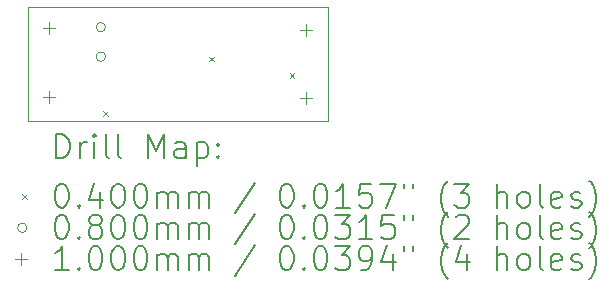
<source format=gbr>
%TF.GenerationSoftware,KiCad,Pcbnew,7.0.2-6a45011f42~172~ubuntu22.04.1*%
%TF.CreationDate,2023-04-21T01:30:07+03:00*%
%TF.ProjectId,xray-board-1.0-uv-stab-addon,78726179-2d62-46f6-9172-642d312e302d,rev?*%
%TF.SameCoordinates,Original*%
%TF.FileFunction,Drillmap*%
%TF.FilePolarity,Positive*%
%FSLAX45Y45*%
G04 Gerber Fmt 4.5, Leading zero omitted, Abs format (unit mm)*
G04 Created by KiCad (PCBNEW 7.0.2-6a45011f42~172~ubuntu22.04.1) date 2023-04-21 01:30:07*
%MOMM*%
%LPD*%
G01*
G04 APERTURE LIST*
%ADD10C,0.100000*%
%ADD11C,0.200000*%
%ADD12C,0.040000*%
%ADD13C,0.080000*%
G04 APERTURE END LIST*
D10*
X10720000Y-6500000D02*
X13260000Y-6500000D01*
X13260000Y-7460000D01*
X10720000Y-7460000D01*
X10720000Y-6500000D01*
D11*
D12*
X11360000Y-7380000D02*
X11400000Y-7420000D01*
X11400000Y-7380000D02*
X11360000Y-7420000D01*
X12260000Y-6920000D02*
X12300000Y-6960000D01*
X12300000Y-6920000D02*
X12260000Y-6960000D01*
X12940000Y-7060000D02*
X12980000Y-7100000D01*
X12980000Y-7060000D02*
X12940000Y-7100000D01*
D13*
X11380000Y-6670000D02*
G75*
G03*
X11380000Y-6670000I-40000J0D01*
G01*
X11380000Y-6920000D02*
G75*
G03*
X11380000Y-6920000I-40000J0D01*
G01*
D10*
X10900000Y-6630000D02*
X10900000Y-6730000D01*
X10850000Y-6680000D02*
X10950000Y-6680000D01*
X10900000Y-7210000D02*
X10900000Y-7310000D01*
X10850000Y-7260000D02*
X10950000Y-7260000D01*
X13080000Y-6642000D02*
X13080000Y-6742000D01*
X13030000Y-6692000D02*
X13130000Y-6692000D01*
X13080000Y-7222000D02*
X13080000Y-7322000D01*
X13030000Y-7272000D02*
X13130000Y-7272000D01*
D11*
X10962619Y-7777524D02*
X10962619Y-7577524D01*
X10962619Y-7577524D02*
X11010238Y-7577524D01*
X11010238Y-7577524D02*
X11038810Y-7587048D01*
X11038810Y-7587048D02*
X11057857Y-7606095D01*
X11057857Y-7606095D02*
X11067381Y-7625143D01*
X11067381Y-7625143D02*
X11076905Y-7663238D01*
X11076905Y-7663238D02*
X11076905Y-7691809D01*
X11076905Y-7691809D02*
X11067381Y-7729905D01*
X11067381Y-7729905D02*
X11057857Y-7748952D01*
X11057857Y-7748952D02*
X11038810Y-7768000D01*
X11038810Y-7768000D02*
X11010238Y-7777524D01*
X11010238Y-7777524D02*
X10962619Y-7777524D01*
X11162619Y-7777524D02*
X11162619Y-7644190D01*
X11162619Y-7682286D02*
X11172143Y-7663238D01*
X11172143Y-7663238D02*
X11181667Y-7653714D01*
X11181667Y-7653714D02*
X11200714Y-7644190D01*
X11200714Y-7644190D02*
X11219762Y-7644190D01*
X11286428Y-7777524D02*
X11286428Y-7644190D01*
X11286428Y-7577524D02*
X11276905Y-7587048D01*
X11276905Y-7587048D02*
X11286428Y-7596571D01*
X11286428Y-7596571D02*
X11295952Y-7587048D01*
X11295952Y-7587048D02*
X11286428Y-7577524D01*
X11286428Y-7577524D02*
X11286428Y-7596571D01*
X11410238Y-7777524D02*
X11391190Y-7768000D01*
X11391190Y-7768000D02*
X11381667Y-7748952D01*
X11381667Y-7748952D02*
X11381667Y-7577524D01*
X11515000Y-7777524D02*
X11495952Y-7768000D01*
X11495952Y-7768000D02*
X11486428Y-7748952D01*
X11486428Y-7748952D02*
X11486428Y-7577524D01*
X11743571Y-7777524D02*
X11743571Y-7577524D01*
X11743571Y-7577524D02*
X11810238Y-7720381D01*
X11810238Y-7720381D02*
X11876905Y-7577524D01*
X11876905Y-7577524D02*
X11876905Y-7777524D01*
X12057857Y-7777524D02*
X12057857Y-7672762D01*
X12057857Y-7672762D02*
X12048333Y-7653714D01*
X12048333Y-7653714D02*
X12029286Y-7644190D01*
X12029286Y-7644190D02*
X11991190Y-7644190D01*
X11991190Y-7644190D02*
X11972143Y-7653714D01*
X12057857Y-7768000D02*
X12038809Y-7777524D01*
X12038809Y-7777524D02*
X11991190Y-7777524D01*
X11991190Y-7777524D02*
X11972143Y-7768000D01*
X11972143Y-7768000D02*
X11962619Y-7748952D01*
X11962619Y-7748952D02*
X11962619Y-7729905D01*
X11962619Y-7729905D02*
X11972143Y-7710857D01*
X11972143Y-7710857D02*
X11991190Y-7701333D01*
X11991190Y-7701333D02*
X12038809Y-7701333D01*
X12038809Y-7701333D02*
X12057857Y-7691809D01*
X12153095Y-7644190D02*
X12153095Y-7844190D01*
X12153095Y-7653714D02*
X12172143Y-7644190D01*
X12172143Y-7644190D02*
X12210238Y-7644190D01*
X12210238Y-7644190D02*
X12229286Y-7653714D01*
X12229286Y-7653714D02*
X12238809Y-7663238D01*
X12238809Y-7663238D02*
X12248333Y-7682286D01*
X12248333Y-7682286D02*
X12248333Y-7739428D01*
X12248333Y-7739428D02*
X12238809Y-7758476D01*
X12238809Y-7758476D02*
X12229286Y-7768000D01*
X12229286Y-7768000D02*
X12210238Y-7777524D01*
X12210238Y-7777524D02*
X12172143Y-7777524D01*
X12172143Y-7777524D02*
X12153095Y-7768000D01*
X12334048Y-7758476D02*
X12343571Y-7768000D01*
X12343571Y-7768000D02*
X12334048Y-7777524D01*
X12334048Y-7777524D02*
X12324524Y-7768000D01*
X12324524Y-7768000D02*
X12334048Y-7758476D01*
X12334048Y-7758476D02*
X12334048Y-7777524D01*
X12334048Y-7653714D02*
X12343571Y-7663238D01*
X12343571Y-7663238D02*
X12334048Y-7672762D01*
X12334048Y-7672762D02*
X12324524Y-7663238D01*
X12324524Y-7663238D02*
X12334048Y-7653714D01*
X12334048Y-7653714D02*
X12334048Y-7672762D01*
D12*
X10675000Y-8085000D02*
X10715000Y-8125000D01*
X10715000Y-8085000D02*
X10675000Y-8125000D01*
D11*
X11000714Y-7997524D02*
X11019762Y-7997524D01*
X11019762Y-7997524D02*
X11038810Y-8007048D01*
X11038810Y-8007048D02*
X11048333Y-8016571D01*
X11048333Y-8016571D02*
X11057857Y-8035619D01*
X11057857Y-8035619D02*
X11067381Y-8073714D01*
X11067381Y-8073714D02*
X11067381Y-8121333D01*
X11067381Y-8121333D02*
X11057857Y-8159428D01*
X11057857Y-8159428D02*
X11048333Y-8178476D01*
X11048333Y-8178476D02*
X11038810Y-8188000D01*
X11038810Y-8188000D02*
X11019762Y-8197524D01*
X11019762Y-8197524D02*
X11000714Y-8197524D01*
X11000714Y-8197524D02*
X10981667Y-8188000D01*
X10981667Y-8188000D02*
X10972143Y-8178476D01*
X10972143Y-8178476D02*
X10962619Y-8159428D01*
X10962619Y-8159428D02*
X10953095Y-8121333D01*
X10953095Y-8121333D02*
X10953095Y-8073714D01*
X10953095Y-8073714D02*
X10962619Y-8035619D01*
X10962619Y-8035619D02*
X10972143Y-8016571D01*
X10972143Y-8016571D02*
X10981667Y-8007048D01*
X10981667Y-8007048D02*
X11000714Y-7997524D01*
X11153095Y-8178476D02*
X11162619Y-8188000D01*
X11162619Y-8188000D02*
X11153095Y-8197524D01*
X11153095Y-8197524D02*
X11143571Y-8188000D01*
X11143571Y-8188000D02*
X11153095Y-8178476D01*
X11153095Y-8178476D02*
X11153095Y-8197524D01*
X11334048Y-8064190D02*
X11334048Y-8197524D01*
X11286428Y-7988000D02*
X11238809Y-8130857D01*
X11238809Y-8130857D02*
X11362619Y-8130857D01*
X11476905Y-7997524D02*
X11495952Y-7997524D01*
X11495952Y-7997524D02*
X11515000Y-8007048D01*
X11515000Y-8007048D02*
X11524524Y-8016571D01*
X11524524Y-8016571D02*
X11534048Y-8035619D01*
X11534048Y-8035619D02*
X11543571Y-8073714D01*
X11543571Y-8073714D02*
X11543571Y-8121333D01*
X11543571Y-8121333D02*
X11534048Y-8159428D01*
X11534048Y-8159428D02*
X11524524Y-8178476D01*
X11524524Y-8178476D02*
X11515000Y-8188000D01*
X11515000Y-8188000D02*
X11495952Y-8197524D01*
X11495952Y-8197524D02*
X11476905Y-8197524D01*
X11476905Y-8197524D02*
X11457857Y-8188000D01*
X11457857Y-8188000D02*
X11448333Y-8178476D01*
X11448333Y-8178476D02*
X11438809Y-8159428D01*
X11438809Y-8159428D02*
X11429286Y-8121333D01*
X11429286Y-8121333D02*
X11429286Y-8073714D01*
X11429286Y-8073714D02*
X11438809Y-8035619D01*
X11438809Y-8035619D02*
X11448333Y-8016571D01*
X11448333Y-8016571D02*
X11457857Y-8007048D01*
X11457857Y-8007048D02*
X11476905Y-7997524D01*
X11667381Y-7997524D02*
X11686429Y-7997524D01*
X11686429Y-7997524D02*
X11705476Y-8007048D01*
X11705476Y-8007048D02*
X11715000Y-8016571D01*
X11715000Y-8016571D02*
X11724524Y-8035619D01*
X11724524Y-8035619D02*
X11734048Y-8073714D01*
X11734048Y-8073714D02*
X11734048Y-8121333D01*
X11734048Y-8121333D02*
X11724524Y-8159428D01*
X11724524Y-8159428D02*
X11715000Y-8178476D01*
X11715000Y-8178476D02*
X11705476Y-8188000D01*
X11705476Y-8188000D02*
X11686429Y-8197524D01*
X11686429Y-8197524D02*
X11667381Y-8197524D01*
X11667381Y-8197524D02*
X11648333Y-8188000D01*
X11648333Y-8188000D02*
X11638809Y-8178476D01*
X11638809Y-8178476D02*
X11629286Y-8159428D01*
X11629286Y-8159428D02*
X11619762Y-8121333D01*
X11619762Y-8121333D02*
X11619762Y-8073714D01*
X11619762Y-8073714D02*
X11629286Y-8035619D01*
X11629286Y-8035619D02*
X11638809Y-8016571D01*
X11638809Y-8016571D02*
X11648333Y-8007048D01*
X11648333Y-8007048D02*
X11667381Y-7997524D01*
X11819762Y-8197524D02*
X11819762Y-8064190D01*
X11819762Y-8083238D02*
X11829286Y-8073714D01*
X11829286Y-8073714D02*
X11848333Y-8064190D01*
X11848333Y-8064190D02*
X11876905Y-8064190D01*
X11876905Y-8064190D02*
X11895952Y-8073714D01*
X11895952Y-8073714D02*
X11905476Y-8092762D01*
X11905476Y-8092762D02*
X11905476Y-8197524D01*
X11905476Y-8092762D02*
X11915000Y-8073714D01*
X11915000Y-8073714D02*
X11934048Y-8064190D01*
X11934048Y-8064190D02*
X11962619Y-8064190D01*
X11962619Y-8064190D02*
X11981667Y-8073714D01*
X11981667Y-8073714D02*
X11991190Y-8092762D01*
X11991190Y-8092762D02*
X11991190Y-8197524D01*
X12086429Y-8197524D02*
X12086429Y-8064190D01*
X12086429Y-8083238D02*
X12095952Y-8073714D01*
X12095952Y-8073714D02*
X12115000Y-8064190D01*
X12115000Y-8064190D02*
X12143571Y-8064190D01*
X12143571Y-8064190D02*
X12162619Y-8073714D01*
X12162619Y-8073714D02*
X12172143Y-8092762D01*
X12172143Y-8092762D02*
X12172143Y-8197524D01*
X12172143Y-8092762D02*
X12181667Y-8073714D01*
X12181667Y-8073714D02*
X12200714Y-8064190D01*
X12200714Y-8064190D02*
X12229286Y-8064190D01*
X12229286Y-8064190D02*
X12248333Y-8073714D01*
X12248333Y-8073714D02*
X12257857Y-8092762D01*
X12257857Y-8092762D02*
X12257857Y-8197524D01*
X12648333Y-7988000D02*
X12476905Y-8245143D01*
X12905476Y-7997524D02*
X12924524Y-7997524D01*
X12924524Y-7997524D02*
X12943572Y-8007048D01*
X12943572Y-8007048D02*
X12953095Y-8016571D01*
X12953095Y-8016571D02*
X12962619Y-8035619D01*
X12962619Y-8035619D02*
X12972143Y-8073714D01*
X12972143Y-8073714D02*
X12972143Y-8121333D01*
X12972143Y-8121333D02*
X12962619Y-8159428D01*
X12962619Y-8159428D02*
X12953095Y-8178476D01*
X12953095Y-8178476D02*
X12943572Y-8188000D01*
X12943572Y-8188000D02*
X12924524Y-8197524D01*
X12924524Y-8197524D02*
X12905476Y-8197524D01*
X12905476Y-8197524D02*
X12886429Y-8188000D01*
X12886429Y-8188000D02*
X12876905Y-8178476D01*
X12876905Y-8178476D02*
X12867381Y-8159428D01*
X12867381Y-8159428D02*
X12857857Y-8121333D01*
X12857857Y-8121333D02*
X12857857Y-8073714D01*
X12857857Y-8073714D02*
X12867381Y-8035619D01*
X12867381Y-8035619D02*
X12876905Y-8016571D01*
X12876905Y-8016571D02*
X12886429Y-8007048D01*
X12886429Y-8007048D02*
X12905476Y-7997524D01*
X13057857Y-8178476D02*
X13067381Y-8188000D01*
X13067381Y-8188000D02*
X13057857Y-8197524D01*
X13057857Y-8197524D02*
X13048333Y-8188000D01*
X13048333Y-8188000D02*
X13057857Y-8178476D01*
X13057857Y-8178476D02*
X13057857Y-8197524D01*
X13191191Y-7997524D02*
X13210238Y-7997524D01*
X13210238Y-7997524D02*
X13229286Y-8007048D01*
X13229286Y-8007048D02*
X13238810Y-8016571D01*
X13238810Y-8016571D02*
X13248333Y-8035619D01*
X13248333Y-8035619D02*
X13257857Y-8073714D01*
X13257857Y-8073714D02*
X13257857Y-8121333D01*
X13257857Y-8121333D02*
X13248333Y-8159428D01*
X13248333Y-8159428D02*
X13238810Y-8178476D01*
X13238810Y-8178476D02*
X13229286Y-8188000D01*
X13229286Y-8188000D02*
X13210238Y-8197524D01*
X13210238Y-8197524D02*
X13191191Y-8197524D01*
X13191191Y-8197524D02*
X13172143Y-8188000D01*
X13172143Y-8188000D02*
X13162619Y-8178476D01*
X13162619Y-8178476D02*
X13153095Y-8159428D01*
X13153095Y-8159428D02*
X13143572Y-8121333D01*
X13143572Y-8121333D02*
X13143572Y-8073714D01*
X13143572Y-8073714D02*
X13153095Y-8035619D01*
X13153095Y-8035619D02*
X13162619Y-8016571D01*
X13162619Y-8016571D02*
X13172143Y-8007048D01*
X13172143Y-8007048D02*
X13191191Y-7997524D01*
X13448333Y-8197524D02*
X13334048Y-8197524D01*
X13391191Y-8197524D02*
X13391191Y-7997524D01*
X13391191Y-7997524D02*
X13372143Y-8026095D01*
X13372143Y-8026095D02*
X13353095Y-8045143D01*
X13353095Y-8045143D02*
X13334048Y-8054667D01*
X13629286Y-7997524D02*
X13534048Y-7997524D01*
X13534048Y-7997524D02*
X13524524Y-8092762D01*
X13524524Y-8092762D02*
X13534048Y-8083238D01*
X13534048Y-8083238D02*
X13553095Y-8073714D01*
X13553095Y-8073714D02*
X13600714Y-8073714D01*
X13600714Y-8073714D02*
X13619762Y-8083238D01*
X13619762Y-8083238D02*
X13629286Y-8092762D01*
X13629286Y-8092762D02*
X13638810Y-8111809D01*
X13638810Y-8111809D02*
X13638810Y-8159428D01*
X13638810Y-8159428D02*
X13629286Y-8178476D01*
X13629286Y-8178476D02*
X13619762Y-8188000D01*
X13619762Y-8188000D02*
X13600714Y-8197524D01*
X13600714Y-8197524D02*
X13553095Y-8197524D01*
X13553095Y-8197524D02*
X13534048Y-8188000D01*
X13534048Y-8188000D02*
X13524524Y-8178476D01*
X13705476Y-7997524D02*
X13838810Y-7997524D01*
X13838810Y-7997524D02*
X13753095Y-8197524D01*
X13905476Y-7997524D02*
X13905476Y-8035619D01*
X13981667Y-7997524D02*
X13981667Y-8035619D01*
X14276905Y-8273714D02*
X14267381Y-8264190D01*
X14267381Y-8264190D02*
X14248334Y-8235619D01*
X14248334Y-8235619D02*
X14238810Y-8216571D01*
X14238810Y-8216571D02*
X14229286Y-8188000D01*
X14229286Y-8188000D02*
X14219762Y-8140381D01*
X14219762Y-8140381D02*
X14219762Y-8102286D01*
X14219762Y-8102286D02*
X14229286Y-8054667D01*
X14229286Y-8054667D02*
X14238810Y-8026095D01*
X14238810Y-8026095D02*
X14248334Y-8007048D01*
X14248334Y-8007048D02*
X14267381Y-7978476D01*
X14267381Y-7978476D02*
X14276905Y-7968952D01*
X14334048Y-7997524D02*
X14457857Y-7997524D01*
X14457857Y-7997524D02*
X14391191Y-8073714D01*
X14391191Y-8073714D02*
X14419762Y-8073714D01*
X14419762Y-8073714D02*
X14438810Y-8083238D01*
X14438810Y-8083238D02*
X14448334Y-8092762D01*
X14448334Y-8092762D02*
X14457857Y-8111809D01*
X14457857Y-8111809D02*
X14457857Y-8159428D01*
X14457857Y-8159428D02*
X14448334Y-8178476D01*
X14448334Y-8178476D02*
X14438810Y-8188000D01*
X14438810Y-8188000D02*
X14419762Y-8197524D01*
X14419762Y-8197524D02*
X14362619Y-8197524D01*
X14362619Y-8197524D02*
X14343572Y-8188000D01*
X14343572Y-8188000D02*
X14334048Y-8178476D01*
X14695953Y-8197524D02*
X14695953Y-7997524D01*
X14781667Y-8197524D02*
X14781667Y-8092762D01*
X14781667Y-8092762D02*
X14772143Y-8073714D01*
X14772143Y-8073714D02*
X14753096Y-8064190D01*
X14753096Y-8064190D02*
X14724524Y-8064190D01*
X14724524Y-8064190D02*
X14705476Y-8073714D01*
X14705476Y-8073714D02*
X14695953Y-8083238D01*
X14905476Y-8197524D02*
X14886429Y-8188000D01*
X14886429Y-8188000D02*
X14876905Y-8178476D01*
X14876905Y-8178476D02*
X14867381Y-8159428D01*
X14867381Y-8159428D02*
X14867381Y-8102286D01*
X14867381Y-8102286D02*
X14876905Y-8083238D01*
X14876905Y-8083238D02*
X14886429Y-8073714D01*
X14886429Y-8073714D02*
X14905476Y-8064190D01*
X14905476Y-8064190D02*
X14934048Y-8064190D01*
X14934048Y-8064190D02*
X14953096Y-8073714D01*
X14953096Y-8073714D02*
X14962619Y-8083238D01*
X14962619Y-8083238D02*
X14972143Y-8102286D01*
X14972143Y-8102286D02*
X14972143Y-8159428D01*
X14972143Y-8159428D02*
X14962619Y-8178476D01*
X14962619Y-8178476D02*
X14953096Y-8188000D01*
X14953096Y-8188000D02*
X14934048Y-8197524D01*
X14934048Y-8197524D02*
X14905476Y-8197524D01*
X15086429Y-8197524D02*
X15067381Y-8188000D01*
X15067381Y-8188000D02*
X15057857Y-8168952D01*
X15057857Y-8168952D02*
X15057857Y-7997524D01*
X15238810Y-8188000D02*
X15219762Y-8197524D01*
X15219762Y-8197524D02*
X15181667Y-8197524D01*
X15181667Y-8197524D02*
X15162619Y-8188000D01*
X15162619Y-8188000D02*
X15153096Y-8168952D01*
X15153096Y-8168952D02*
X15153096Y-8092762D01*
X15153096Y-8092762D02*
X15162619Y-8073714D01*
X15162619Y-8073714D02*
X15181667Y-8064190D01*
X15181667Y-8064190D02*
X15219762Y-8064190D01*
X15219762Y-8064190D02*
X15238810Y-8073714D01*
X15238810Y-8073714D02*
X15248334Y-8092762D01*
X15248334Y-8092762D02*
X15248334Y-8111809D01*
X15248334Y-8111809D02*
X15153096Y-8130857D01*
X15324524Y-8188000D02*
X15343572Y-8197524D01*
X15343572Y-8197524D02*
X15381667Y-8197524D01*
X15381667Y-8197524D02*
X15400715Y-8188000D01*
X15400715Y-8188000D02*
X15410238Y-8168952D01*
X15410238Y-8168952D02*
X15410238Y-8159428D01*
X15410238Y-8159428D02*
X15400715Y-8140381D01*
X15400715Y-8140381D02*
X15381667Y-8130857D01*
X15381667Y-8130857D02*
X15353096Y-8130857D01*
X15353096Y-8130857D02*
X15334048Y-8121333D01*
X15334048Y-8121333D02*
X15324524Y-8102286D01*
X15324524Y-8102286D02*
X15324524Y-8092762D01*
X15324524Y-8092762D02*
X15334048Y-8073714D01*
X15334048Y-8073714D02*
X15353096Y-8064190D01*
X15353096Y-8064190D02*
X15381667Y-8064190D01*
X15381667Y-8064190D02*
X15400715Y-8073714D01*
X15476905Y-8273714D02*
X15486429Y-8264190D01*
X15486429Y-8264190D02*
X15505477Y-8235619D01*
X15505477Y-8235619D02*
X15515000Y-8216571D01*
X15515000Y-8216571D02*
X15524524Y-8188000D01*
X15524524Y-8188000D02*
X15534048Y-8140381D01*
X15534048Y-8140381D02*
X15534048Y-8102286D01*
X15534048Y-8102286D02*
X15524524Y-8054667D01*
X15524524Y-8054667D02*
X15515000Y-8026095D01*
X15515000Y-8026095D02*
X15505477Y-8007048D01*
X15505477Y-8007048D02*
X15486429Y-7978476D01*
X15486429Y-7978476D02*
X15476905Y-7968952D01*
D13*
X10715000Y-8369000D02*
G75*
G03*
X10715000Y-8369000I-40000J0D01*
G01*
D11*
X11000714Y-8261524D02*
X11019762Y-8261524D01*
X11019762Y-8261524D02*
X11038810Y-8271048D01*
X11038810Y-8271048D02*
X11048333Y-8280571D01*
X11048333Y-8280571D02*
X11057857Y-8299619D01*
X11057857Y-8299619D02*
X11067381Y-8337714D01*
X11067381Y-8337714D02*
X11067381Y-8385333D01*
X11067381Y-8385333D02*
X11057857Y-8423429D01*
X11057857Y-8423429D02*
X11048333Y-8442476D01*
X11048333Y-8442476D02*
X11038810Y-8452000D01*
X11038810Y-8452000D02*
X11019762Y-8461524D01*
X11019762Y-8461524D02*
X11000714Y-8461524D01*
X11000714Y-8461524D02*
X10981667Y-8452000D01*
X10981667Y-8452000D02*
X10972143Y-8442476D01*
X10972143Y-8442476D02*
X10962619Y-8423429D01*
X10962619Y-8423429D02*
X10953095Y-8385333D01*
X10953095Y-8385333D02*
X10953095Y-8337714D01*
X10953095Y-8337714D02*
X10962619Y-8299619D01*
X10962619Y-8299619D02*
X10972143Y-8280571D01*
X10972143Y-8280571D02*
X10981667Y-8271048D01*
X10981667Y-8271048D02*
X11000714Y-8261524D01*
X11153095Y-8442476D02*
X11162619Y-8452000D01*
X11162619Y-8452000D02*
X11153095Y-8461524D01*
X11153095Y-8461524D02*
X11143571Y-8452000D01*
X11143571Y-8452000D02*
X11153095Y-8442476D01*
X11153095Y-8442476D02*
X11153095Y-8461524D01*
X11276905Y-8347238D02*
X11257857Y-8337714D01*
X11257857Y-8337714D02*
X11248333Y-8328190D01*
X11248333Y-8328190D02*
X11238809Y-8309143D01*
X11238809Y-8309143D02*
X11238809Y-8299619D01*
X11238809Y-8299619D02*
X11248333Y-8280571D01*
X11248333Y-8280571D02*
X11257857Y-8271048D01*
X11257857Y-8271048D02*
X11276905Y-8261524D01*
X11276905Y-8261524D02*
X11315000Y-8261524D01*
X11315000Y-8261524D02*
X11334048Y-8271048D01*
X11334048Y-8271048D02*
X11343571Y-8280571D01*
X11343571Y-8280571D02*
X11353095Y-8299619D01*
X11353095Y-8299619D02*
X11353095Y-8309143D01*
X11353095Y-8309143D02*
X11343571Y-8328190D01*
X11343571Y-8328190D02*
X11334048Y-8337714D01*
X11334048Y-8337714D02*
X11315000Y-8347238D01*
X11315000Y-8347238D02*
X11276905Y-8347238D01*
X11276905Y-8347238D02*
X11257857Y-8356762D01*
X11257857Y-8356762D02*
X11248333Y-8366286D01*
X11248333Y-8366286D02*
X11238809Y-8385333D01*
X11238809Y-8385333D02*
X11238809Y-8423429D01*
X11238809Y-8423429D02*
X11248333Y-8442476D01*
X11248333Y-8442476D02*
X11257857Y-8452000D01*
X11257857Y-8452000D02*
X11276905Y-8461524D01*
X11276905Y-8461524D02*
X11315000Y-8461524D01*
X11315000Y-8461524D02*
X11334048Y-8452000D01*
X11334048Y-8452000D02*
X11343571Y-8442476D01*
X11343571Y-8442476D02*
X11353095Y-8423429D01*
X11353095Y-8423429D02*
X11353095Y-8385333D01*
X11353095Y-8385333D02*
X11343571Y-8366286D01*
X11343571Y-8366286D02*
X11334048Y-8356762D01*
X11334048Y-8356762D02*
X11315000Y-8347238D01*
X11476905Y-8261524D02*
X11495952Y-8261524D01*
X11495952Y-8261524D02*
X11515000Y-8271048D01*
X11515000Y-8271048D02*
X11524524Y-8280571D01*
X11524524Y-8280571D02*
X11534048Y-8299619D01*
X11534048Y-8299619D02*
X11543571Y-8337714D01*
X11543571Y-8337714D02*
X11543571Y-8385333D01*
X11543571Y-8385333D02*
X11534048Y-8423429D01*
X11534048Y-8423429D02*
X11524524Y-8442476D01*
X11524524Y-8442476D02*
X11515000Y-8452000D01*
X11515000Y-8452000D02*
X11495952Y-8461524D01*
X11495952Y-8461524D02*
X11476905Y-8461524D01*
X11476905Y-8461524D02*
X11457857Y-8452000D01*
X11457857Y-8452000D02*
X11448333Y-8442476D01*
X11448333Y-8442476D02*
X11438809Y-8423429D01*
X11438809Y-8423429D02*
X11429286Y-8385333D01*
X11429286Y-8385333D02*
X11429286Y-8337714D01*
X11429286Y-8337714D02*
X11438809Y-8299619D01*
X11438809Y-8299619D02*
X11448333Y-8280571D01*
X11448333Y-8280571D02*
X11457857Y-8271048D01*
X11457857Y-8271048D02*
X11476905Y-8261524D01*
X11667381Y-8261524D02*
X11686429Y-8261524D01*
X11686429Y-8261524D02*
X11705476Y-8271048D01*
X11705476Y-8271048D02*
X11715000Y-8280571D01*
X11715000Y-8280571D02*
X11724524Y-8299619D01*
X11724524Y-8299619D02*
X11734048Y-8337714D01*
X11734048Y-8337714D02*
X11734048Y-8385333D01*
X11734048Y-8385333D02*
X11724524Y-8423429D01*
X11724524Y-8423429D02*
X11715000Y-8442476D01*
X11715000Y-8442476D02*
X11705476Y-8452000D01*
X11705476Y-8452000D02*
X11686429Y-8461524D01*
X11686429Y-8461524D02*
X11667381Y-8461524D01*
X11667381Y-8461524D02*
X11648333Y-8452000D01*
X11648333Y-8452000D02*
X11638809Y-8442476D01*
X11638809Y-8442476D02*
X11629286Y-8423429D01*
X11629286Y-8423429D02*
X11619762Y-8385333D01*
X11619762Y-8385333D02*
X11619762Y-8337714D01*
X11619762Y-8337714D02*
X11629286Y-8299619D01*
X11629286Y-8299619D02*
X11638809Y-8280571D01*
X11638809Y-8280571D02*
X11648333Y-8271048D01*
X11648333Y-8271048D02*
X11667381Y-8261524D01*
X11819762Y-8461524D02*
X11819762Y-8328190D01*
X11819762Y-8347238D02*
X11829286Y-8337714D01*
X11829286Y-8337714D02*
X11848333Y-8328190D01*
X11848333Y-8328190D02*
X11876905Y-8328190D01*
X11876905Y-8328190D02*
X11895952Y-8337714D01*
X11895952Y-8337714D02*
X11905476Y-8356762D01*
X11905476Y-8356762D02*
X11905476Y-8461524D01*
X11905476Y-8356762D02*
X11915000Y-8337714D01*
X11915000Y-8337714D02*
X11934048Y-8328190D01*
X11934048Y-8328190D02*
X11962619Y-8328190D01*
X11962619Y-8328190D02*
X11981667Y-8337714D01*
X11981667Y-8337714D02*
X11991190Y-8356762D01*
X11991190Y-8356762D02*
X11991190Y-8461524D01*
X12086429Y-8461524D02*
X12086429Y-8328190D01*
X12086429Y-8347238D02*
X12095952Y-8337714D01*
X12095952Y-8337714D02*
X12115000Y-8328190D01*
X12115000Y-8328190D02*
X12143571Y-8328190D01*
X12143571Y-8328190D02*
X12162619Y-8337714D01*
X12162619Y-8337714D02*
X12172143Y-8356762D01*
X12172143Y-8356762D02*
X12172143Y-8461524D01*
X12172143Y-8356762D02*
X12181667Y-8337714D01*
X12181667Y-8337714D02*
X12200714Y-8328190D01*
X12200714Y-8328190D02*
X12229286Y-8328190D01*
X12229286Y-8328190D02*
X12248333Y-8337714D01*
X12248333Y-8337714D02*
X12257857Y-8356762D01*
X12257857Y-8356762D02*
X12257857Y-8461524D01*
X12648333Y-8252000D02*
X12476905Y-8509143D01*
X12905476Y-8261524D02*
X12924524Y-8261524D01*
X12924524Y-8261524D02*
X12943572Y-8271048D01*
X12943572Y-8271048D02*
X12953095Y-8280571D01*
X12953095Y-8280571D02*
X12962619Y-8299619D01*
X12962619Y-8299619D02*
X12972143Y-8337714D01*
X12972143Y-8337714D02*
X12972143Y-8385333D01*
X12972143Y-8385333D02*
X12962619Y-8423429D01*
X12962619Y-8423429D02*
X12953095Y-8442476D01*
X12953095Y-8442476D02*
X12943572Y-8452000D01*
X12943572Y-8452000D02*
X12924524Y-8461524D01*
X12924524Y-8461524D02*
X12905476Y-8461524D01*
X12905476Y-8461524D02*
X12886429Y-8452000D01*
X12886429Y-8452000D02*
X12876905Y-8442476D01*
X12876905Y-8442476D02*
X12867381Y-8423429D01*
X12867381Y-8423429D02*
X12857857Y-8385333D01*
X12857857Y-8385333D02*
X12857857Y-8337714D01*
X12857857Y-8337714D02*
X12867381Y-8299619D01*
X12867381Y-8299619D02*
X12876905Y-8280571D01*
X12876905Y-8280571D02*
X12886429Y-8271048D01*
X12886429Y-8271048D02*
X12905476Y-8261524D01*
X13057857Y-8442476D02*
X13067381Y-8452000D01*
X13067381Y-8452000D02*
X13057857Y-8461524D01*
X13057857Y-8461524D02*
X13048333Y-8452000D01*
X13048333Y-8452000D02*
X13057857Y-8442476D01*
X13057857Y-8442476D02*
X13057857Y-8461524D01*
X13191191Y-8261524D02*
X13210238Y-8261524D01*
X13210238Y-8261524D02*
X13229286Y-8271048D01*
X13229286Y-8271048D02*
X13238810Y-8280571D01*
X13238810Y-8280571D02*
X13248333Y-8299619D01*
X13248333Y-8299619D02*
X13257857Y-8337714D01*
X13257857Y-8337714D02*
X13257857Y-8385333D01*
X13257857Y-8385333D02*
X13248333Y-8423429D01*
X13248333Y-8423429D02*
X13238810Y-8442476D01*
X13238810Y-8442476D02*
X13229286Y-8452000D01*
X13229286Y-8452000D02*
X13210238Y-8461524D01*
X13210238Y-8461524D02*
X13191191Y-8461524D01*
X13191191Y-8461524D02*
X13172143Y-8452000D01*
X13172143Y-8452000D02*
X13162619Y-8442476D01*
X13162619Y-8442476D02*
X13153095Y-8423429D01*
X13153095Y-8423429D02*
X13143572Y-8385333D01*
X13143572Y-8385333D02*
X13143572Y-8337714D01*
X13143572Y-8337714D02*
X13153095Y-8299619D01*
X13153095Y-8299619D02*
X13162619Y-8280571D01*
X13162619Y-8280571D02*
X13172143Y-8271048D01*
X13172143Y-8271048D02*
X13191191Y-8261524D01*
X13324524Y-8261524D02*
X13448333Y-8261524D01*
X13448333Y-8261524D02*
X13381667Y-8337714D01*
X13381667Y-8337714D02*
X13410238Y-8337714D01*
X13410238Y-8337714D02*
X13429286Y-8347238D01*
X13429286Y-8347238D02*
X13438810Y-8356762D01*
X13438810Y-8356762D02*
X13448333Y-8375809D01*
X13448333Y-8375809D02*
X13448333Y-8423429D01*
X13448333Y-8423429D02*
X13438810Y-8442476D01*
X13438810Y-8442476D02*
X13429286Y-8452000D01*
X13429286Y-8452000D02*
X13410238Y-8461524D01*
X13410238Y-8461524D02*
X13353095Y-8461524D01*
X13353095Y-8461524D02*
X13334048Y-8452000D01*
X13334048Y-8452000D02*
X13324524Y-8442476D01*
X13638810Y-8461524D02*
X13524524Y-8461524D01*
X13581667Y-8461524D02*
X13581667Y-8261524D01*
X13581667Y-8261524D02*
X13562619Y-8290095D01*
X13562619Y-8290095D02*
X13543572Y-8309143D01*
X13543572Y-8309143D02*
X13524524Y-8318667D01*
X13819762Y-8261524D02*
X13724524Y-8261524D01*
X13724524Y-8261524D02*
X13715000Y-8356762D01*
X13715000Y-8356762D02*
X13724524Y-8347238D01*
X13724524Y-8347238D02*
X13743572Y-8337714D01*
X13743572Y-8337714D02*
X13791191Y-8337714D01*
X13791191Y-8337714D02*
X13810238Y-8347238D01*
X13810238Y-8347238D02*
X13819762Y-8356762D01*
X13819762Y-8356762D02*
X13829286Y-8375809D01*
X13829286Y-8375809D02*
X13829286Y-8423429D01*
X13829286Y-8423429D02*
X13819762Y-8442476D01*
X13819762Y-8442476D02*
X13810238Y-8452000D01*
X13810238Y-8452000D02*
X13791191Y-8461524D01*
X13791191Y-8461524D02*
X13743572Y-8461524D01*
X13743572Y-8461524D02*
X13724524Y-8452000D01*
X13724524Y-8452000D02*
X13715000Y-8442476D01*
X13905476Y-8261524D02*
X13905476Y-8299619D01*
X13981667Y-8261524D02*
X13981667Y-8299619D01*
X14276905Y-8537714D02*
X14267381Y-8528190D01*
X14267381Y-8528190D02*
X14248334Y-8499619D01*
X14248334Y-8499619D02*
X14238810Y-8480571D01*
X14238810Y-8480571D02*
X14229286Y-8452000D01*
X14229286Y-8452000D02*
X14219762Y-8404381D01*
X14219762Y-8404381D02*
X14219762Y-8366286D01*
X14219762Y-8366286D02*
X14229286Y-8318667D01*
X14229286Y-8318667D02*
X14238810Y-8290095D01*
X14238810Y-8290095D02*
X14248334Y-8271048D01*
X14248334Y-8271048D02*
X14267381Y-8242476D01*
X14267381Y-8242476D02*
X14276905Y-8232952D01*
X14343572Y-8280571D02*
X14353095Y-8271048D01*
X14353095Y-8271048D02*
X14372143Y-8261524D01*
X14372143Y-8261524D02*
X14419762Y-8261524D01*
X14419762Y-8261524D02*
X14438810Y-8271048D01*
X14438810Y-8271048D02*
X14448334Y-8280571D01*
X14448334Y-8280571D02*
X14457857Y-8299619D01*
X14457857Y-8299619D02*
X14457857Y-8318667D01*
X14457857Y-8318667D02*
X14448334Y-8347238D01*
X14448334Y-8347238D02*
X14334048Y-8461524D01*
X14334048Y-8461524D02*
X14457857Y-8461524D01*
X14695953Y-8461524D02*
X14695953Y-8261524D01*
X14781667Y-8461524D02*
X14781667Y-8356762D01*
X14781667Y-8356762D02*
X14772143Y-8337714D01*
X14772143Y-8337714D02*
X14753096Y-8328190D01*
X14753096Y-8328190D02*
X14724524Y-8328190D01*
X14724524Y-8328190D02*
X14705476Y-8337714D01*
X14705476Y-8337714D02*
X14695953Y-8347238D01*
X14905476Y-8461524D02*
X14886429Y-8452000D01*
X14886429Y-8452000D02*
X14876905Y-8442476D01*
X14876905Y-8442476D02*
X14867381Y-8423429D01*
X14867381Y-8423429D02*
X14867381Y-8366286D01*
X14867381Y-8366286D02*
X14876905Y-8347238D01*
X14876905Y-8347238D02*
X14886429Y-8337714D01*
X14886429Y-8337714D02*
X14905476Y-8328190D01*
X14905476Y-8328190D02*
X14934048Y-8328190D01*
X14934048Y-8328190D02*
X14953096Y-8337714D01*
X14953096Y-8337714D02*
X14962619Y-8347238D01*
X14962619Y-8347238D02*
X14972143Y-8366286D01*
X14972143Y-8366286D02*
X14972143Y-8423429D01*
X14972143Y-8423429D02*
X14962619Y-8442476D01*
X14962619Y-8442476D02*
X14953096Y-8452000D01*
X14953096Y-8452000D02*
X14934048Y-8461524D01*
X14934048Y-8461524D02*
X14905476Y-8461524D01*
X15086429Y-8461524D02*
X15067381Y-8452000D01*
X15067381Y-8452000D02*
X15057857Y-8432952D01*
X15057857Y-8432952D02*
X15057857Y-8261524D01*
X15238810Y-8452000D02*
X15219762Y-8461524D01*
X15219762Y-8461524D02*
X15181667Y-8461524D01*
X15181667Y-8461524D02*
X15162619Y-8452000D01*
X15162619Y-8452000D02*
X15153096Y-8432952D01*
X15153096Y-8432952D02*
X15153096Y-8356762D01*
X15153096Y-8356762D02*
X15162619Y-8337714D01*
X15162619Y-8337714D02*
X15181667Y-8328190D01*
X15181667Y-8328190D02*
X15219762Y-8328190D01*
X15219762Y-8328190D02*
X15238810Y-8337714D01*
X15238810Y-8337714D02*
X15248334Y-8356762D01*
X15248334Y-8356762D02*
X15248334Y-8375809D01*
X15248334Y-8375809D02*
X15153096Y-8394857D01*
X15324524Y-8452000D02*
X15343572Y-8461524D01*
X15343572Y-8461524D02*
X15381667Y-8461524D01*
X15381667Y-8461524D02*
X15400715Y-8452000D01*
X15400715Y-8452000D02*
X15410238Y-8432952D01*
X15410238Y-8432952D02*
X15410238Y-8423429D01*
X15410238Y-8423429D02*
X15400715Y-8404381D01*
X15400715Y-8404381D02*
X15381667Y-8394857D01*
X15381667Y-8394857D02*
X15353096Y-8394857D01*
X15353096Y-8394857D02*
X15334048Y-8385333D01*
X15334048Y-8385333D02*
X15324524Y-8366286D01*
X15324524Y-8366286D02*
X15324524Y-8356762D01*
X15324524Y-8356762D02*
X15334048Y-8337714D01*
X15334048Y-8337714D02*
X15353096Y-8328190D01*
X15353096Y-8328190D02*
X15381667Y-8328190D01*
X15381667Y-8328190D02*
X15400715Y-8337714D01*
X15476905Y-8537714D02*
X15486429Y-8528190D01*
X15486429Y-8528190D02*
X15505477Y-8499619D01*
X15505477Y-8499619D02*
X15515000Y-8480571D01*
X15515000Y-8480571D02*
X15524524Y-8452000D01*
X15524524Y-8452000D02*
X15534048Y-8404381D01*
X15534048Y-8404381D02*
X15534048Y-8366286D01*
X15534048Y-8366286D02*
X15524524Y-8318667D01*
X15524524Y-8318667D02*
X15515000Y-8290095D01*
X15515000Y-8290095D02*
X15505477Y-8271048D01*
X15505477Y-8271048D02*
X15486429Y-8242476D01*
X15486429Y-8242476D02*
X15476905Y-8232952D01*
D10*
X10665000Y-8583000D02*
X10665000Y-8683000D01*
X10615000Y-8633000D02*
X10715000Y-8633000D01*
D11*
X11067381Y-8725524D02*
X10953095Y-8725524D01*
X11010238Y-8725524D02*
X11010238Y-8525524D01*
X11010238Y-8525524D02*
X10991190Y-8554095D01*
X10991190Y-8554095D02*
X10972143Y-8573143D01*
X10972143Y-8573143D02*
X10953095Y-8582667D01*
X11153095Y-8706476D02*
X11162619Y-8716000D01*
X11162619Y-8716000D02*
X11153095Y-8725524D01*
X11153095Y-8725524D02*
X11143571Y-8716000D01*
X11143571Y-8716000D02*
X11153095Y-8706476D01*
X11153095Y-8706476D02*
X11153095Y-8725524D01*
X11286428Y-8525524D02*
X11305476Y-8525524D01*
X11305476Y-8525524D02*
X11324524Y-8535048D01*
X11324524Y-8535048D02*
X11334048Y-8544571D01*
X11334048Y-8544571D02*
X11343571Y-8563619D01*
X11343571Y-8563619D02*
X11353095Y-8601714D01*
X11353095Y-8601714D02*
X11353095Y-8649333D01*
X11353095Y-8649333D02*
X11343571Y-8687429D01*
X11343571Y-8687429D02*
X11334048Y-8706476D01*
X11334048Y-8706476D02*
X11324524Y-8716000D01*
X11324524Y-8716000D02*
X11305476Y-8725524D01*
X11305476Y-8725524D02*
X11286428Y-8725524D01*
X11286428Y-8725524D02*
X11267381Y-8716000D01*
X11267381Y-8716000D02*
X11257857Y-8706476D01*
X11257857Y-8706476D02*
X11248333Y-8687429D01*
X11248333Y-8687429D02*
X11238809Y-8649333D01*
X11238809Y-8649333D02*
X11238809Y-8601714D01*
X11238809Y-8601714D02*
X11248333Y-8563619D01*
X11248333Y-8563619D02*
X11257857Y-8544571D01*
X11257857Y-8544571D02*
X11267381Y-8535048D01*
X11267381Y-8535048D02*
X11286428Y-8525524D01*
X11476905Y-8525524D02*
X11495952Y-8525524D01*
X11495952Y-8525524D02*
X11515000Y-8535048D01*
X11515000Y-8535048D02*
X11524524Y-8544571D01*
X11524524Y-8544571D02*
X11534048Y-8563619D01*
X11534048Y-8563619D02*
X11543571Y-8601714D01*
X11543571Y-8601714D02*
X11543571Y-8649333D01*
X11543571Y-8649333D02*
X11534048Y-8687429D01*
X11534048Y-8687429D02*
X11524524Y-8706476D01*
X11524524Y-8706476D02*
X11515000Y-8716000D01*
X11515000Y-8716000D02*
X11495952Y-8725524D01*
X11495952Y-8725524D02*
X11476905Y-8725524D01*
X11476905Y-8725524D02*
X11457857Y-8716000D01*
X11457857Y-8716000D02*
X11448333Y-8706476D01*
X11448333Y-8706476D02*
X11438809Y-8687429D01*
X11438809Y-8687429D02*
X11429286Y-8649333D01*
X11429286Y-8649333D02*
X11429286Y-8601714D01*
X11429286Y-8601714D02*
X11438809Y-8563619D01*
X11438809Y-8563619D02*
X11448333Y-8544571D01*
X11448333Y-8544571D02*
X11457857Y-8535048D01*
X11457857Y-8535048D02*
X11476905Y-8525524D01*
X11667381Y-8525524D02*
X11686429Y-8525524D01*
X11686429Y-8525524D02*
X11705476Y-8535048D01*
X11705476Y-8535048D02*
X11715000Y-8544571D01*
X11715000Y-8544571D02*
X11724524Y-8563619D01*
X11724524Y-8563619D02*
X11734048Y-8601714D01*
X11734048Y-8601714D02*
X11734048Y-8649333D01*
X11734048Y-8649333D02*
X11724524Y-8687429D01*
X11724524Y-8687429D02*
X11715000Y-8706476D01*
X11715000Y-8706476D02*
X11705476Y-8716000D01*
X11705476Y-8716000D02*
X11686429Y-8725524D01*
X11686429Y-8725524D02*
X11667381Y-8725524D01*
X11667381Y-8725524D02*
X11648333Y-8716000D01*
X11648333Y-8716000D02*
X11638809Y-8706476D01*
X11638809Y-8706476D02*
X11629286Y-8687429D01*
X11629286Y-8687429D02*
X11619762Y-8649333D01*
X11619762Y-8649333D02*
X11619762Y-8601714D01*
X11619762Y-8601714D02*
X11629286Y-8563619D01*
X11629286Y-8563619D02*
X11638809Y-8544571D01*
X11638809Y-8544571D02*
X11648333Y-8535048D01*
X11648333Y-8535048D02*
X11667381Y-8525524D01*
X11819762Y-8725524D02*
X11819762Y-8592190D01*
X11819762Y-8611238D02*
X11829286Y-8601714D01*
X11829286Y-8601714D02*
X11848333Y-8592190D01*
X11848333Y-8592190D02*
X11876905Y-8592190D01*
X11876905Y-8592190D02*
X11895952Y-8601714D01*
X11895952Y-8601714D02*
X11905476Y-8620762D01*
X11905476Y-8620762D02*
X11905476Y-8725524D01*
X11905476Y-8620762D02*
X11915000Y-8601714D01*
X11915000Y-8601714D02*
X11934048Y-8592190D01*
X11934048Y-8592190D02*
X11962619Y-8592190D01*
X11962619Y-8592190D02*
X11981667Y-8601714D01*
X11981667Y-8601714D02*
X11991190Y-8620762D01*
X11991190Y-8620762D02*
X11991190Y-8725524D01*
X12086429Y-8725524D02*
X12086429Y-8592190D01*
X12086429Y-8611238D02*
X12095952Y-8601714D01*
X12095952Y-8601714D02*
X12115000Y-8592190D01*
X12115000Y-8592190D02*
X12143571Y-8592190D01*
X12143571Y-8592190D02*
X12162619Y-8601714D01*
X12162619Y-8601714D02*
X12172143Y-8620762D01*
X12172143Y-8620762D02*
X12172143Y-8725524D01*
X12172143Y-8620762D02*
X12181667Y-8601714D01*
X12181667Y-8601714D02*
X12200714Y-8592190D01*
X12200714Y-8592190D02*
X12229286Y-8592190D01*
X12229286Y-8592190D02*
X12248333Y-8601714D01*
X12248333Y-8601714D02*
X12257857Y-8620762D01*
X12257857Y-8620762D02*
X12257857Y-8725524D01*
X12648333Y-8516000D02*
X12476905Y-8773143D01*
X12905476Y-8525524D02*
X12924524Y-8525524D01*
X12924524Y-8525524D02*
X12943572Y-8535048D01*
X12943572Y-8535048D02*
X12953095Y-8544571D01*
X12953095Y-8544571D02*
X12962619Y-8563619D01*
X12962619Y-8563619D02*
X12972143Y-8601714D01*
X12972143Y-8601714D02*
X12972143Y-8649333D01*
X12972143Y-8649333D02*
X12962619Y-8687429D01*
X12962619Y-8687429D02*
X12953095Y-8706476D01*
X12953095Y-8706476D02*
X12943572Y-8716000D01*
X12943572Y-8716000D02*
X12924524Y-8725524D01*
X12924524Y-8725524D02*
X12905476Y-8725524D01*
X12905476Y-8725524D02*
X12886429Y-8716000D01*
X12886429Y-8716000D02*
X12876905Y-8706476D01*
X12876905Y-8706476D02*
X12867381Y-8687429D01*
X12867381Y-8687429D02*
X12857857Y-8649333D01*
X12857857Y-8649333D02*
X12857857Y-8601714D01*
X12857857Y-8601714D02*
X12867381Y-8563619D01*
X12867381Y-8563619D02*
X12876905Y-8544571D01*
X12876905Y-8544571D02*
X12886429Y-8535048D01*
X12886429Y-8535048D02*
X12905476Y-8525524D01*
X13057857Y-8706476D02*
X13067381Y-8716000D01*
X13067381Y-8716000D02*
X13057857Y-8725524D01*
X13057857Y-8725524D02*
X13048333Y-8716000D01*
X13048333Y-8716000D02*
X13057857Y-8706476D01*
X13057857Y-8706476D02*
X13057857Y-8725524D01*
X13191191Y-8525524D02*
X13210238Y-8525524D01*
X13210238Y-8525524D02*
X13229286Y-8535048D01*
X13229286Y-8535048D02*
X13238810Y-8544571D01*
X13238810Y-8544571D02*
X13248333Y-8563619D01*
X13248333Y-8563619D02*
X13257857Y-8601714D01*
X13257857Y-8601714D02*
X13257857Y-8649333D01*
X13257857Y-8649333D02*
X13248333Y-8687429D01*
X13248333Y-8687429D02*
X13238810Y-8706476D01*
X13238810Y-8706476D02*
X13229286Y-8716000D01*
X13229286Y-8716000D02*
X13210238Y-8725524D01*
X13210238Y-8725524D02*
X13191191Y-8725524D01*
X13191191Y-8725524D02*
X13172143Y-8716000D01*
X13172143Y-8716000D02*
X13162619Y-8706476D01*
X13162619Y-8706476D02*
X13153095Y-8687429D01*
X13153095Y-8687429D02*
X13143572Y-8649333D01*
X13143572Y-8649333D02*
X13143572Y-8601714D01*
X13143572Y-8601714D02*
X13153095Y-8563619D01*
X13153095Y-8563619D02*
X13162619Y-8544571D01*
X13162619Y-8544571D02*
X13172143Y-8535048D01*
X13172143Y-8535048D02*
X13191191Y-8525524D01*
X13324524Y-8525524D02*
X13448333Y-8525524D01*
X13448333Y-8525524D02*
X13381667Y-8601714D01*
X13381667Y-8601714D02*
X13410238Y-8601714D01*
X13410238Y-8601714D02*
X13429286Y-8611238D01*
X13429286Y-8611238D02*
X13438810Y-8620762D01*
X13438810Y-8620762D02*
X13448333Y-8639810D01*
X13448333Y-8639810D02*
X13448333Y-8687429D01*
X13448333Y-8687429D02*
X13438810Y-8706476D01*
X13438810Y-8706476D02*
X13429286Y-8716000D01*
X13429286Y-8716000D02*
X13410238Y-8725524D01*
X13410238Y-8725524D02*
X13353095Y-8725524D01*
X13353095Y-8725524D02*
X13334048Y-8716000D01*
X13334048Y-8716000D02*
X13324524Y-8706476D01*
X13543572Y-8725524D02*
X13581667Y-8725524D01*
X13581667Y-8725524D02*
X13600714Y-8716000D01*
X13600714Y-8716000D02*
X13610238Y-8706476D01*
X13610238Y-8706476D02*
X13629286Y-8677905D01*
X13629286Y-8677905D02*
X13638810Y-8639810D01*
X13638810Y-8639810D02*
X13638810Y-8563619D01*
X13638810Y-8563619D02*
X13629286Y-8544571D01*
X13629286Y-8544571D02*
X13619762Y-8535048D01*
X13619762Y-8535048D02*
X13600714Y-8525524D01*
X13600714Y-8525524D02*
X13562619Y-8525524D01*
X13562619Y-8525524D02*
X13543572Y-8535048D01*
X13543572Y-8535048D02*
X13534048Y-8544571D01*
X13534048Y-8544571D02*
X13524524Y-8563619D01*
X13524524Y-8563619D02*
X13524524Y-8611238D01*
X13524524Y-8611238D02*
X13534048Y-8630286D01*
X13534048Y-8630286D02*
X13543572Y-8639810D01*
X13543572Y-8639810D02*
X13562619Y-8649333D01*
X13562619Y-8649333D02*
X13600714Y-8649333D01*
X13600714Y-8649333D02*
X13619762Y-8639810D01*
X13619762Y-8639810D02*
X13629286Y-8630286D01*
X13629286Y-8630286D02*
X13638810Y-8611238D01*
X13810238Y-8592190D02*
X13810238Y-8725524D01*
X13762619Y-8516000D02*
X13715000Y-8658857D01*
X13715000Y-8658857D02*
X13838810Y-8658857D01*
X13905476Y-8525524D02*
X13905476Y-8563619D01*
X13981667Y-8525524D02*
X13981667Y-8563619D01*
X14276905Y-8801714D02*
X14267381Y-8792190D01*
X14267381Y-8792190D02*
X14248334Y-8763619D01*
X14248334Y-8763619D02*
X14238810Y-8744571D01*
X14238810Y-8744571D02*
X14229286Y-8716000D01*
X14229286Y-8716000D02*
X14219762Y-8668381D01*
X14219762Y-8668381D02*
X14219762Y-8630286D01*
X14219762Y-8630286D02*
X14229286Y-8582667D01*
X14229286Y-8582667D02*
X14238810Y-8554095D01*
X14238810Y-8554095D02*
X14248334Y-8535048D01*
X14248334Y-8535048D02*
X14267381Y-8506476D01*
X14267381Y-8506476D02*
X14276905Y-8496952D01*
X14438810Y-8592190D02*
X14438810Y-8725524D01*
X14391191Y-8516000D02*
X14343572Y-8658857D01*
X14343572Y-8658857D02*
X14467381Y-8658857D01*
X14695953Y-8725524D02*
X14695953Y-8525524D01*
X14781667Y-8725524D02*
X14781667Y-8620762D01*
X14781667Y-8620762D02*
X14772143Y-8601714D01*
X14772143Y-8601714D02*
X14753096Y-8592190D01*
X14753096Y-8592190D02*
X14724524Y-8592190D01*
X14724524Y-8592190D02*
X14705476Y-8601714D01*
X14705476Y-8601714D02*
X14695953Y-8611238D01*
X14905476Y-8725524D02*
X14886429Y-8716000D01*
X14886429Y-8716000D02*
X14876905Y-8706476D01*
X14876905Y-8706476D02*
X14867381Y-8687429D01*
X14867381Y-8687429D02*
X14867381Y-8630286D01*
X14867381Y-8630286D02*
X14876905Y-8611238D01*
X14876905Y-8611238D02*
X14886429Y-8601714D01*
X14886429Y-8601714D02*
X14905476Y-8592190D01*
X14905476Y-8592190D02*
X14934048Y-8592190D01*
X14934048Y-8592190D02*
X14953096Y-8601714D01*
X14953096Y-8601714D02*
X14962619Y-8611238D01*
X14962619Y-8611238D02*
X14972143Y-8630286D01*
X14972143Y-8630286D02*
X14972143Y-8687429D01*
X14972143Y-8687429D02*
X14962619Y-8706476D01*
X14962619Y-8706476D02*
X14953096Y-8716000D01*
X14953096Y-8716000D02*
X14934048Y-8725524D01*
X14934048Y-8725524D02*
X14905476Y-8725524D01*
X15086429Y-8725524D02*
X15067381Y-8716000D01*
X15067381Y-8716000D02*
X15057857Y-8696952D01*
X15057857Y-8696952D02*
X15057857Y-8525524D01*
X15238810Y-8716000D02*
X15219762Y-8725524D01*
X15219762Y-8725524D02*
X15181667Y-8725524D01*
X15181667Y-8725524D02*
X15162619Y-8716000D01*
X15162619Y-8716000D02*
X15153096Y-8696952D01*
X15153096Y-8696952D02*
X15153096Y-8620762D01*
X15153096Y-8620762D02*
X15162619Y-8601714D01*
X15162619Y-8601714D02*
X15181667Y-8592190D01*
X15181667Y-8592190D02*
X15219762Y-8592190D01*
X15219762Y-8592190D02*
X15238810Y-8601714D01*
X15238810Y-8601714D02*
X15248334Y-8620762D01*
X15248334Y-8620762D02*
X15248334Y-8639810D01*
X15248334Y-8639810D02*
X15153096Y-8658857D01*
X15324524Y-8716000D02*
X15343572Y-8725524D01*
X15343572Y-8725524D02*
X15381667Y-8725524D01*
X15381667Y-8725524D02*
X15400715Y-8716000D01*
X15400715Y-8716000D02*
X15410238Y-8696952D01*
X15410238Y-8696952D02*
X15410238Y-8687429D01*
X15410238Y-8687429D02*
X15400715Y-8668381D01*
X15400715Y-8668381D02*
X15381667Y-8658857D01*
X15381667Y-8658857D02*
X15353096Y-8658857D01*
X15353096Y-8658857D02*
X15334048Y-8649333D01*
X15334048Y-8649333D02*
X15324524Y-8630286D01*
X15324524Y-8630286D02*
X15324524Y-8620762D01*
X15324524Y-8620762D02*
X15334048Y-8601714D01*
X15334048Y-8601714D02*
X15353096Y-8592190D01*
X15353096Y-8592190D02*
X15381667Y-8592190D01*
X15381667Y-8592190D02*
X15400715Y-8601714D01*
X15476905Y-8801714D02*
X15486429Y-8792190D01*
X15486429Y-8792190D02*
X15505477Y-8763619D01*
X15505477Y-8763619D02*
X15515000Y-8744571D01*
X15515000Y-8744571D02*
X15524524Y-8716000D01*
X15524524Y-8716000D02*
X15534048Y-8668381D01*
X15534048Y-8668381D02*
X15534048Y-8630286D01*
X15534048Y-8630286D02*
X15524524Y-8582667D01*
X15524524Y-8582667D02*
X15515000Y-8554095D01*
X15515000Y-8554095D02*
X15505477Y-8535048D01*
X15505477Y-8535048D02*
X15486429Y-8506476D01*
X15486429Y-8506476D02*
X15476905Y-8496952D01*
M02*

</source>
